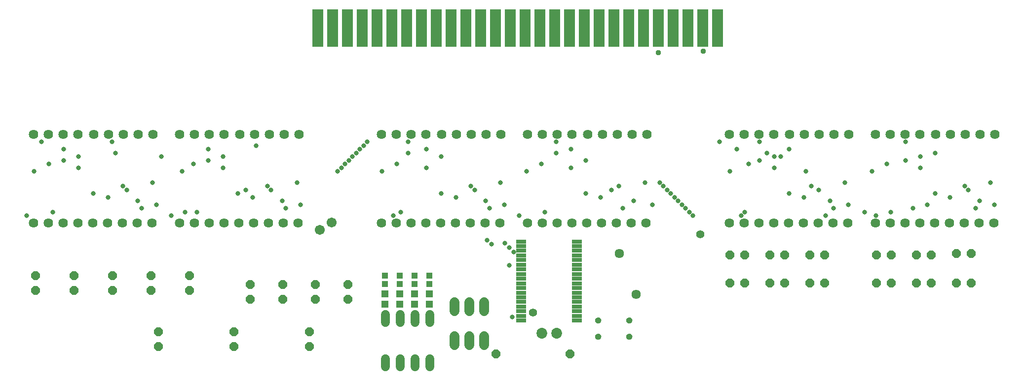
<source format=gts>
G75*
%MOIN*%
%OFA0B0*%
%FSLAX25Y25*%
%IPPOS*%
%LPD*%
%AMOC8*
5,1,8,0,0,1.08239X$1,22.5*
%
%ADD10C,0.06400*%
%ADD11OC8,0.06000*%
%ADD12R,0.07300X0.25800*%
%ADD13R,0.06706X0.02769*%
%ADD14C,0.06000*%
%ADD15C,0.07300*%
%ADD16C,0.00500*%
%ADD17R,0.03950X0.03950*%
%ADD18R,0.04737X0.05131*%
%ADD19C,0.06343*%
%ADD20C,0.06800*%
%ADD21C,0.03778*%
%ADD22C,0.05550*%
%ADD23C,0.03187*%
%ADD24C,0.06706*%
D10*
X0016906Y0106800D03*
X0026906Y0106800D03*
X0036906Y0106800D03*
X0046906Y0106800D03*
X0056906Y0106800D03*
X0066906Y0106800D03*
X0076906Y0106800D03*
X0086906Y0106800D03*
X0096906Y0106800D03*
X0115406Y0106800D03*
X0125406Y0106800D03*
X0135406Y0106800D03*
X0145406Y0106800D03*
X0155406Y0106800D03*
X0165406Y0106800D03*
X0175406Y0106800D03*
X0185406Y0106800D03*
X0195406Y0106800D03*
X0251906Y0106800D03*
X0261906Y0106800D03*
X0271906Y0106800D03*
X0281906Y0106800D03*
X0291906Y0106800D03*
X0301906Y0106800D03*
X0311906Y0106800D03*
X0321906Y0106800D03*
X0331906Y0106800D03*
X0350406Y0106800D03*
X0360406Y0106800D03*
X0370406Y0106800D03*
X0380406Y0106800D03*
X0390406Y0106800D03*
X0400406Y0106800D03*
X0410406Y0106800D03*
X0420406Y0106800D03*
X0430406Y0106800D03*
X0486906Y0106800D03*
X0496906Y0106800D03*
X0506906Y0106800D03*
X0516906Y0106800D03*
X0526906Y0106800D03*
X0536906Y0106800D03*
X0546906Y0106800D03*
X0556906Y0106800D03*
X0566906Y0106800D03*
X0585406Y0106800D03*
X0595406Y0106800D03*
X0605406Y0106800D03*
X0615406Y0106800D03*
X0625406Y0106800D03*
X0635406Y0106800D03*
X0645406Y0106800D03*
X0655406Y0106800D03*
X0665406Y0106800D03*
X0666194Y0166800D03*
X0656194Y0166800D03*
X0646194Y0166800D03*
X0636194Y0166800D03*
X0626194Y0166800D03*
X0615406Y0166800D03*
X0605406Y0166800D03*
X0595406Y0166800D03*
X0585406Y0166800D03*
X0567694Y0166800D03*
X0557694Y0166800D03*
X0547694Y0166800D03*
X0537694Y0166800D03*
X0527694Y0166800D03*
X0516906Y0166800D03*
X0506906Y0166800D03*
X0496906Y0166800D03*
X0486906Y0166800D03*
X0431194Y0166800D03*
X0421194Y0166800D03*
X0411194Y0166800D03*
X0401194Y0166800D03*
X0391194Y0166800D03*
X0380406Y0166800D03*
X0370406Y0166800D03*
X0360406Y0166800D03*
X0350406Y0166800D03*
X0332694Y0166800D03*
X0322694Y0166800D03*
X0312694Y0166800D03*
X0302694Y0166800D03*
X0292694Y0166800D03*
X0281906Y0166800D03*
X0271906Y0166800D03*
X0261906Y0166800D03*
X0251906Y0166800D03*
X0196194Y0166800D03*
X0186194Y0166800D03*
X0176194Y0166800D03*
X0166194Y0166800D03*
X0156194Y0166800D03*
X0145406Y0166800D03*
X0135406Y0166800D03*
X0125406Y0166800D03*
X0115406Y0166800D03*
X0097694Y0166800D03*
X0087694Y0166800D03*
X0077694Y0166800D03*
X0067694Y0166800D03*
X0057694Y0166800D03*
X0046906Y0166800D03*
X0036906Y0166800D03*
X0026906Y0166800D03*
X0016906Y0166800D03*
D11*
X0101300Y0023300D03*
X0101300Y0033300D03*
X0152300Y0033300D03*
X0152300Y0023300D03*
X0203300Y0023300D03*
X0203300Y0033300D03*
X0207300Y0055300D03*
X0185300Y0055300D03*
X0185300Y0065300D03*
X0207300Y0065300D03*
X0229300Y0065300D03*
X0229300Y0055300D03*
X0163300Y0055300D03*
X0163300Y0065300D03*
X0122300Y0061300D03*
X0096300Y0061300D03*
X0096300Y0071300D03*
X0122300Y0071300D03*
X0070300Y0071300D03*
X0070300Y0061300D03*
X0044300Y0061300D03*
X0044300Y0071300D03*
X0018300Y0071300D03*
X0018300Y0061300D03*
X0329300Y0018300D03*
X0379300Y0018300D03*
X0487300Y0066300D03*
X0497300Y0066300D03*
X0514300Y0066300D03*
X0524300Y0066300D03*
X0541300Y0066300D03*
X0551300Y0066300D03*
X0586300Y0066300D03*
X0596300Y0066300D03*
X0613300Y0066300D03*
X0623300Y0066300D03*
X0640300Y0066300D03*
X0650300Y0066300D03*
X0650300Y0086300D03*
X0640300Y0086300D03*
X0623300Y0085300D03*
X0613300Y0085300D03*
X0596300Y0085300D03*
X0586300Y0085300D03*
X0551300Y0085300D03*
X0541300Y0085300D03*
X0524300Y0085300D03*
X0514300Y0085300D03*
X0497300Y0085300D03*
X0487300Y0085300D03*
D12*
X0479050Y0238800D03*
X0469050Y0238800D03*
X0459050Y0238800D03*
X0449050Y0238800D03*
X0439050Y0238800D03*
X0429050Y0238800D03*
X0419050Y0238800D03*
X0409050Y0238800D03*
X0399050Y0238800D03*
X0389050Y0238800D03*
X0379050Y0238800D03*
X0369050Y0238800D03*
X0359050Y0238800D03*
X0349050Y0238800D03*
X0339050Y0238800D03*
X0329050Y0238800D03*
X0319050Y0238800D03*
X0309050Y0238800D03*
X0299050Y0238800D03*
X0289050Y0238800D03*
X0279050Y0238800D03*
X0269050Y0238800D03*
X0259050Y0238800D03*
X0249050Y0238800D03*
X0239050Y0238800D03*
X0229050Y0238800D03*
X0219050Y0238800D03*
X0209050Y0238800D03*
D13*
X0346399Y0094272D03*
X0346399Y0091122D03*
X0346399Y0087972D03*
X0346399Y0084823D03*
X0346399Y0081673D03*
X0346399Y0078524D03*
X0346399Y0075374D03*
X0346399Y0072224D03*
X0346399Y0069075D03*
X0346399Y0065925D03*
X0346399Y0062776D03*
X0346399Y0059626D03*
X0346399Y0056476D03*
X0346399Y0053327D03*
X0346399Y0050177D03*
X0346399Y0047028D03*
X0346399Y0043878D03*
X0346399Y0040728D03*
X0383801Y0040728D03*
X0383801Y0043878D03*
X0383801Y0047028D03*
X0383801Y0050177D03*
X0383801Y0053327D03*
X0383801Y0056476D03*
X0383801Y0059626D03*
X0383801Y0062776D03*
X0383801Y0065925D03*
X0383801Y0069075D03*
X0383801Y0072224D03*
X0383801Y0075374D03*
X0383801Y0078524D03*
X0383801Y0081673D03*
X0383801Y0084823D03*
X0383801Y0087972D03*
X0383801Y0091122D03*
X0383801Y0094272D03*
D14*
X0284500Y0044800D02*
X0284500Y0039600D01*
X0274500Y0039600D02*
X0274500Y0044800D01*
X0264500Y0044800D02*
X0264500Y0039600D01*
X0254500Y0039600D02*
X0254500Y0044800D01*
X0254500Y0014800D02*
X0254500Y0009600D01*
X0264500Y0009600D02*
X0264500Y0014800D01*
X0274500Y0014800D02*
X0274500Y0009600D01*
X0284500Y0009600D02*
X0284500Y0014800D01*
D15*
X0360300Y0032300D03*
X0370300Y0032300D03*
D16*
X0396570Y0029810D02*
X0396610Y0029426D01*
X0396734Y0029060D01*
X0396937Y0028731D01*
X0397208Y0028456D01*
X0397533Y0028247D01*
X0397896Y0028117D01*
X0398280Y0028070D01*
X0398674Y0028108D01*
X0399051Y0028232D01*
X0399390Y0028438D01*
X0399675Y0028713D01*
X0399891Y0029045D01*
X0400028Y0029417D01*
X0400080Y0029810D01*
X0400025Y0030208D01*
X0399882Y0030584D01*
X0399660Y0030919D01*
X0399369Y0031196D01*
X0399023Y0031402D01*
X0398640Y0031525D01*
X0398240Y0031560D01*
X0397860Y0031508D01*
X0397502Y0031373D01*
X0397182Y0031162D01*
X0396918Y0030885D01*
X0396722Y0030556D01*
X0396604Y0030191D01*
X0396570Y0029810D01*
X0396589Y0029626D02*
X0400056Y0029626D01*
X0400036Y0030124D02*
X0396598Y0030124D01*
X0396762Y0030623D02*
X0399857Y0030623D01*
X0399447Y0031121D02*
X0397144Y0031121D01*
X0396711Y0029127D02*
X0399922Y0029127D01*
X0399588Y0028629D02*
X0397037Y0028629D01*
X0397858Y0028130D02*
X0398742Y0028130D01*
X0417570Y0029810D02*
X0417610Y0029426D01*
X0417734Y0029060D01*
X0417937Y0028731D01*
X0418208Y0028456D01*
X0418533Y0028247D01*
X0418896Y0028117D01*
X0419280Y0028070D01*
X0419674Y0028108D01*
X0420051Y0028232D01*
X0420390Y0028438D01*
X0420675Y0028713D01*
X0420891Y0029045D01*
X0421028Y0029417D01*
X0421080Y0029810D01*
X0421025Y0030208D01*
X0420882Y0030584D01*
X0420660Y0030919D01*
X0420369Y0031196D01*
X0420023Y0031402D01*
X0419640Y0031525D01*
X0419240Y0031560D01*
X0418860Y0031508D01*
X0418502Y0031373D01*
X0418182Y0031162D01*
X0417918Y0030885D01*
X0417722Y0030556D01*
X0417604Y0030191D01*
X0417570Y0029810D01*
X0417589Y0029626D02*
X0421056Y0029626D01*
X0421036Y0030124D02*
X0417598Y0030124D01*
X0417762Y0030623D02*
X0420857Y0030623D01*
X0420447Y0031121D02*
X0418144Y0031121D01*
X0417711Y0029127D02*
X0420922Y0029127D01*
X0420588Y0028629D02*
X0418037Y0028629D01*
X0418858Y0028130D02*
X0419742Y0028130D01*
X0419280Y0039090D02*
X0418896Y0039137D01*
X0418533Y0039267D01*
X0418208Y0039476D01*
X0417937Y0039751D01*
X0417734Y0040080D01*
X0417610Y0040446D01*
X0417570Y0040830D01*
X0417604Y0041211D01*
X0417722Y0041576D01*
X0417918Y0041905D01*
X0418182Y0042182D01*
X0418502Y0042393D01*
X0418860Y0042528D01*
X0419240Y0042580D01*
X0419640Y0042545D01*
X0420023Y0042422D01*
X0420369Y0042216D01*
X0420660Y0041939D01*
X0420882Y0041604D01*
X0421025Y0041228D01*
X0421080Y0040830D01*
X0421028Y0040437D01*
X0420891Y0040065D01*
X0420675Y0039733D01*
X0420390Y0039458D01*
X0420051Y0039252D01*
X0419674Y0039128D01*
X0419280Y0039090D01*
X0419219Y0039098D02*
X0419357Y0039098D01*
X0420533Y0039596D02*
X0418089Y0039596D01*
X0417729Y0040095D02*
X0420902Y0040095D01*
X0421049Y0040593D02*
X0417594Y0040593D01*
X0417593Y0041092D02*
X0421043Y0041092D01*
X0420888Y0041590D02*
X0417730Y0041590D01*
X0418093Y0042089D02*
X0420503Y0042089D01*
X0400080Y0040830D02*
X0400028Y0040437D01*
X0399891Y0040065D01*
X0399675Y0039733D01*
X0399390Y0039458D01*
X0399051Y0039252D01*
X0398674Y0039128D01*
X0398280Y0039090D01*
X0397896Y0039137D01*
X0397533Y0039267D01*
X0397208Y0039476D01*
X0396937Y0039751D01*
X0396734Y0040080D01*
X0396610Y0040446D01*
X0396570Y0040830D01*
X0396604Y0041211D01*
X0396722Y0041576D01*
X0396918Y0041905D01*
X0397182Y0042182D01*
X0397502Y0042393D01*
X0397860Y0042528D01*
X0398240Y0042580D01*
X0398640Y0042545D01*
X0399023Y0042422D01*
X0399369Y0042216D01*
X0399660Y0041939D01*
X0399882Y0041604D01*
X0400025Y0041228D01*
X0400080Y0040830D01*
X0400049Y0040593D02*
X0396594Y0040593D01*
X0396593Y0041092D02*
X0400043Y0041092D01*
X0399888Y0041590D02*
X0396730Y0041590D01*
X0397093Y0042089D02*
X0399503Y0042089D01*
X0399902Y0040095D02*
X0396729Y0040095D01*
X0397089Y0039596D02*
X0399533Y0039596D01*
X0398357Y0039098D02*
X0398219Y0039098D01*
D17*
X0284300Y0065347D03*
X0274300Y0065347D03*
X0274300Y0071253D03*
X0284300Y0071253D03*
X0264300Y0071253D03*
X0254300Y0071253D03*
X0254300Y0065347D03*
X0264300Y0065347D03*
D18*
X0264300Y0058646D03*
X0254300Y0058646D03*
X0254300Y0051954D03*
X0264300Y0051954D03*
X0274300Y0051954D03*
X0284300Y0051954D03*
X0284300Y0058646D03*
X0274300Y0058646D03*
D19*
X0412575Y0086122D03*
X0424025Y0058478D03*
D20*
X0321300Y0053300D02*
X0321300Y0047300D01*
X0311300Y0047300D02*
X0311300Y0053300D01*
X0301300Y0053300D02*
X0301300Y0047300D01*
X0301300Y0030300D02*
X0301300Y0024300D01*
X0311300Y0024300D02*
X0311300Y0030300D01*
X0321300Y0030300D02*
X0321300Y0024300D01*
D21*
X0438800Y0222300D03*
X0469300Y0223300D03*
D22*
X0467300Y0099300D03*
X0354300Y0046300D03*
D23*
X0340300Y0043300D03*
X0338300Y0078300D03*
X0341300Y0087300D03*
X0338300Y0090300D03*
X0335300Y0093300D03*
X0326356Y0092351D03*
X0323300Y0095300D03*
X0344800Y0111800D03*
X0334800Y0119300D03*
X0324800Y0116800D03*
X0322300Y0121800D03*
X0314800Y0129300D03*
X0312300Y0131800D03*
X0302300Y0124300D03*
X0292300Y0126800D03*
X0264800Y0114300D03*
X0259800Y0111800D03*
X0197300Y0119300D03*
X0187300Y0116800D03*
X0184800Y0121800D03*
X0177300Y0129300D03*
X0174800Y0131800D03*
X0160300Y0129300D03*
X0154800Y0126800D03*
X0164800Y0124300D03*
X0194800Y0134300D03*
X0222300Y0141800D03*
X0224800Y0144300D03*
X0227300Y0146800D03*
X0229800Y0149300D03*
X0232300Y0151800D03*
X0234800Y0154300D03*
X0237300Y0156800D03*
X0239800Y0159300D03*
X0242300Y0161800D03*
X0269800Y0161800D03*
X0282300Y0156800D03*
X0292300Y0151800D03*
X0282300Y0144300D03*
X0262300Y0146800D03*
X0252300Y0141800D03*
X0269800Y0154300D03*
X0332300Y0134300D03*
X0349800Y0141800D03*
X0359800Y0146800D03*
X0369800Y0154300D03*
X0379800Y0156800D03*
X0369800Y0161800D03*
X0389800Y0149300D03*
X0379800Y0144300D03*
X0412300Y0131800D03*
X0407300Y0129300D03*
X0399800Y0124300D03*
X0389800Y0126800D03*
X0414800Y0116800D03*
X0422300Y0121800D03*
X0434800Y0119300D03*
X0449800Y0124300D03*
X0447300Y0126800D03*
X0444800Y0129300D03*
X0442300Y0131800D03*
X0439800Y0134300D03*
X0429800Y0134300D03*
X0452300Y0121800D03*
X0454800Y0119300D03*
X0457300Y0116800D03*
X0459800Y0114300D03*
X0462300Y0111800D03*
X0494800Y0111800D03*
X0497300Y0114300D03*
X0527300Y0126800D03*
X0537300Y0124300D03*
X0547300Y0129300D03*
X0542300Y0131800D03*
X0564800Y0134300D03*
X0583300Y0141800D03*
X0593300Y0146800D03*
X0605800Y0149300D03*
X0615800Y0151800D03*
X0625800Y0154300D03*
X0605800Y0161800D03*
X0615800Y0144300D03*
X0645800Y0131800D03*
X0648300Y0129300D03*
X0635800Y0124300D03*
X0625800Y0126800D03*
X0620700Y0119300D03*
X0610800Y0116800D03*
X0595800Y0114300D03*
X0585800Y0111800D03*
X0578400Y0114300D03*
X0567300Y0119300D03*
X0557300Y0116800D03*
X0554800Y0121800D03*
X0552000Y0111800D03*
X0538500Y0141800D03*
X0517300Y0144300D03*
X0507300Y0149300D03*
X0499800Y0146800D03*
X0487300Y0141800D03*
X0517300Y0151800D03*
X0521700Y0151800D03*
X0512100Y0154300D03*
X0527300Y0156800D03*
X0507300Y0161800D03*
X0492000Y0156800D03*
X0480300Y0161800D03*
X0362300Y0114300D03*
X0167300Y0159300D03*
X0144800Y0151800D03*
X0134800Y0149300D03*
X0124800Y0146800D03*
X0117300Y0141800D03*
X0097300Y0134300D03*
X0079800Y0129300D03*
X0077300Y0131800D03*
X0067300Y0124300D03*
X0057300Y0126800D03*
X0087300Y0121800D03*
X0089800Y0116800D03*
X0099800Y0119300D03*
X0109800Y0111800D03*
X0119394Y0114300D03*
X0127300Y0114300D03*
X0144800Y0144300D03*
X0134800Y0156800D03*
X0103300Y0151800D03*
X0072300Y0154300D03*
X0069800Y0161800D03*
X0047300Y0151800D03*
X0037300Y0149300D03*
X0027300Y0146800D03*
X0017300Y0141800D03*
X0047300Y0144300D03*
X0037300Y0156800D03*
X0022300Y0161800D03*
X0029800Y0114300D03*
X0012300Y0111800D03*
X0653300Y0116800D03*
X0655800Y0121800D03*
X0665800Y0119300D03*
X0663300Y0134300D03*
D24*
X0218300Y0107300D03*
X0210300Y0102300D03*
M02*

</source>
